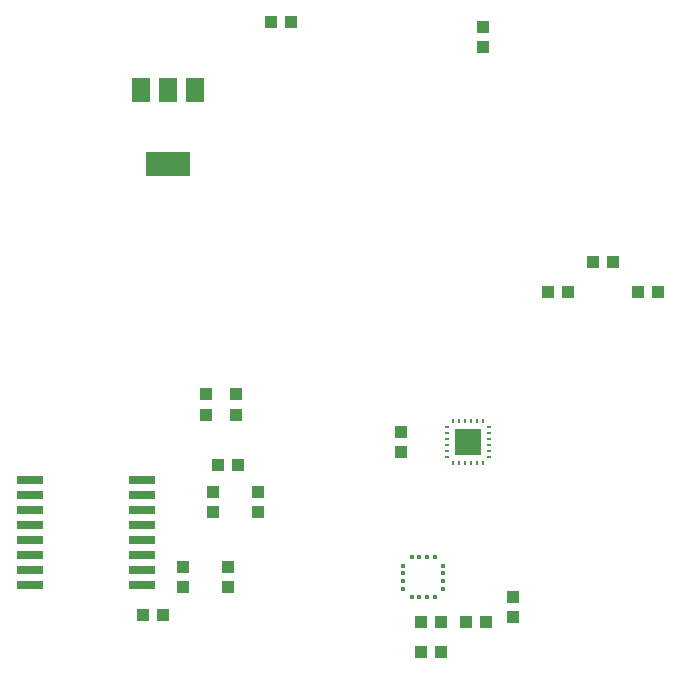
<source format=gtp>
G75*
G70*
%OFA0B0*%
%FSLAX24Y24*%
%IPPOS*%
%LPD*%
%AMOC8*
5,1,8,0,0,1.08239X$1,22.5*
%
%ADD10R,0.0886X0.0256*%
%ADD11R,0.0394X0.0433*%
%ADD12R,0.0433X0.0394*%
%ADD13R,0.0906X0.0906*%
%ADD14R,0.0098X0.0157*%
%ADD15R,0.0157X0.0098*%
%ADD16R,0.0118X0.0157*%
%ADD17R,0.0157X0.0118*%
%ADD18R,0.0590X0.0790*%
%ADD19R,0.1500X0.0790*%
D10*
X002980Y006350D03*
X002980Y006850D03*
X002980Y007350D03*
X002980Y007850D03*
X002980Y008350D03*
X002980Y008850D03*
X002980Y009350D03*
X002980Y009850D03*
X006720Y009850D03*
X006720Y009350D03*
X006720Y008850D03*
X006720Y008350D03*
X006720Y007850D03*
X006720Y007350D03*
X006720Y006850D03*
X006720Y006350D03*
D11*
X008100Y006265D03*
X008100Y006935D03*
X009600Y006935D03*
X009600Y006265D03*
X009100Y008765D03*
X009100Y009435D03*
X010600Y009435D03*
X010600Y008765D03*
X009850Y012015D03*
X009850Y012685D03*
X008850Y012685D03*
X008850Y012015D03*
X015350Y011435D03*
X015350Y010765D03*
X019100Y005935D03*
X019100Y005265D03*
X021765Y017100D03*
X022435Y017100D03*
X018100Y024265D03*
X018100Y024935D03*
D12*
X011685Y025100D03*
X011015Y025100D03*
X020265Y016100D03*
X020935Y016100D03*
X023265Y016100D03*
X023935Y016100D03*
X018185Y005100D03*
X017515Y005100D03*
X016685Y005100D03*
X016015Y005100D03*
X016015Y004100D03*
X016685Y004100D03*
X009935Y010350D03*
X009265Y010350D03*
X007435Y005350D03*
X006765Y005350D03*
D13*
X017600Y011100D03*
D14*
X017502Y010391D03*
X017698Y010391D03*
X017895Y010391D03*
X018092Y010391D03*
X017305Y010391D03*
X017108Y010391D03*
X017108Y011809D03*
X017305Y011809D03*
X017502Y011809D03*
X017698Y011809D03*
X017895Y011809D03*
X018092Y011809D03*
D15*
X018309Y011592D03*
X018309Y011395D03*
X018309Y011198D03*
X018309Y011002D03*
X018309Y010805D03*
X018309Y010608D03*
X016891Y010608D03*
X016891Y010805D03*
X016891Y011002D03*
X016891Y011198D03*
X016891Y011395D03*
X016891Y011592D03*
D16*
X016484Y007269D03*
X016228Y007269D03*
X015972Y007269D03*
X015716Y007269D03*
X015716Y005931D03*
X015972Y005931D03*
X016228Y005931D03*
X016484Y005931D03*
D17*
X016769Y006216D03*
X016769Y006472D03*
X016769Y006728D03*
X016769Y006984D03*
X015431Y006984D03*
X015431Y006728D03*
X015431Y006472D03*
X015431Y006216D03*
D18*
X008490Y022840D03*
X007590Y022840D03*
X006690Y022840D03*
D19*
X007600Y020360D03*
M02*

</source>
